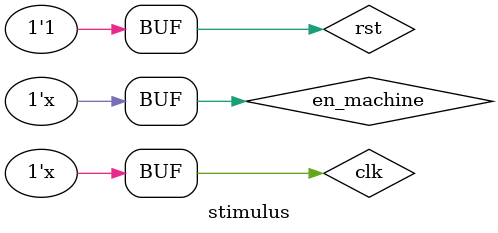
<source format=v>
module stimulus;
  
reg clk, rst, en_machine;
reg [7:0] coin;
reg [3:0] drink_choose;

vending_machine Machine1(clk, rst, coin, drink_choose, en_machine);

initial clk = 1'b0;
initial en_machine = 1'b0;

always #5 clk = ~clk;
always #10 en_machine = ~en_machine;

always @(posedge en_machine) begin
	    drink_choose = 4'd5;
end

always @(negedge en_machine) begin
    if(rst) begin
	    drink_choose = 4'd5;
	    coin = 8'd0;
	end
end



initial
begin

rst = 1;
#20 rst = 0;

#20 coin = 10;
#20 coin = 10;
#20 coin = 1;
#20 coin = 5;

#20 drink_choose = 2;
#20 drink_choose = 0;


#20 rst = 1;
#20 rst = 0;

#20 coin = 5;
#20 coin = 5;
#20 coin = 1;
#20 coin = 1;
#20 coin = 10;
#20 drink_choose = 2;
#20 drink_choose = 0;

#20 rst = 1;
#20 rst = 0;

#20 coin = 10;
#20 drink_choose = 2;

#20 coin = 10;
#20 drink_choose = 2;
#20 drink_choose = 0;


#20 rst = 1;
#20 rst = 0;

#20 coin = 10;
#20 coin = 5;
#20 coin = 1;
#20 coin = 1;

#20 drink_choose = 1;
#20 drink_choose = 0;

#20 rst = 1;

end


endmodule
</source>
